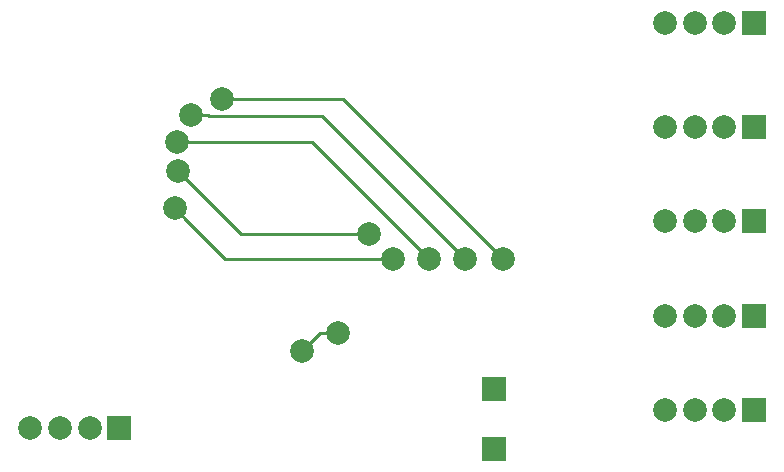
<source format=gbl>
G04 #@! TF.FileFunction,Copper,L2,Bot,Signal*
%FSLAX46Y46*%
G04 Gerber Fmt 4.6, Leading zero omitted, Abs format (unit mm)*
G04 Created by KiCad (PCBNEW 4.0.3-stable) date Monday, September 12, 2016 'PMt' 07:44:33 PM*
%MOMM*%
%LPD*%
G01*
G04 APERTURE LIST*
%ADD10C,0.100000*%
%ADD11R,2.000000X2.000000*%
%ADD12C,2.000000*%
%ADD13R,1.998980X1.998980*%
%ADD14C,0.254000*%
G04 APERTURE END LIST*
D10*
D11*
X217250000Y-105500000D03*
D12*
X214750000Y-105500000D03*
X212250000Y-105500000D03*
X209750000Y-105500000D03*
D11*
X217250000Y-97500000D03*
D12*
X214750000Y-97500000D03*
X212250000Y-97500000D03*
X209750000Y-97500000D03*
D11*
X163500000Y-107000000D03*
D12*
X161000000Y-107000000D03*
X158500000Y-107000000D03*
X156000000Y-107000000D03*
D11*
X217250000Y-72750000D03*
D12*
X214750000Y-72750000D03*
X212250000Y-72750000D03*
X209750000Y-72750000D03*
D11*
X217250000Y-81500000D03*
D12*
X214750000Y-81500000D03*
X212250000Y-81500000D03*
X209750000Y-81500000D03*
D11*
X217250000Y-89500000D03*
D12*
X214750000Y-89500000D03*
X212250000Y-89500000D03*
X209750000Y-89500000D03*
D13*
X195250000Y-108790000D03*
X195250000Y-103710000D03*
D12*
X172200000Y-79200000D03*
X196000000Y-92699994D03*
X189700000Y-92700006D03*
X168400000Y-82800000D03*
X168503525Y-85296481D03*
X184700000Y-90600000D03*
X168200000Y-88400000D03*
X186700000Y-92700000D03*
X169600000Y-80500000D03*
X192800000Y-92700000D03*
X179000000Y-100500000D03*
X182000000Y-99000000D03*
D14*
X173614213Y-79200000D02*
X172200000Y-79200000D01*
X196000000Y-92699994D02*
X182500006Y-79200000D01*
X182500006Y-79200000D02*
X173614213Y-79200000D01*
X188700001Y-91700007D02*
X189700000Y-92700006D01*
X179799994Y-82800000D02*
X188700001Y-91700007D01*
X168400000Y-82800000D02*
X179799994Y-82800000D01*
X169503524Y-86296480D02*
X168503525Y-85296481D01*
X184700000Y-90600000D02*
X173807044Y-90600000D01*
X173807044Y-90600000D02*
X169503524Y-86296480D01*
X169199999Y-89399999D02*
X168200000Y-88400000D01*
X186700000Y-92700000D02*
X172500000Y-92700000D01*
X172500000Y-92700000D02*
X169199999Y-89399999D01*
X171114213Y-80600000D02*
X171014213Y-80500000D01*
X171014213Y-80500000D02*
X169600000Y-80500000D01*
X180700000Y-80600000D02*
X171114213Y-80600000D01*
X192800000Y-92700000D02*
X180700000Y-80600000D01*
X182000000Y-99000000D02*
X180500000Y-99000000D01*
X180500000Y-99000000D02*
X179000000Y-100500000D01*
M02*

</source>
